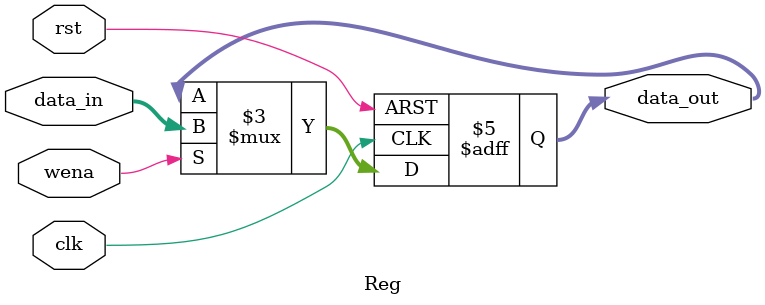
<source format=v>
`timescale 1ns / 1ps


module Reg(
    input clk,
    input rst,//high level set zero
    input wena,//high level getin
    input [31:0] data_in,
    output reg [31:0] data_out
    );    
    //initial data_out<=32'h0000_0000;
    always @ (posedge clk or posedge rst)begin
        if (rst)
            data_out <= 0;
        else if (wena)
            data_out <= data_in;
        else
            data_out <= data_out;
     end
   
endmodule

</source>
